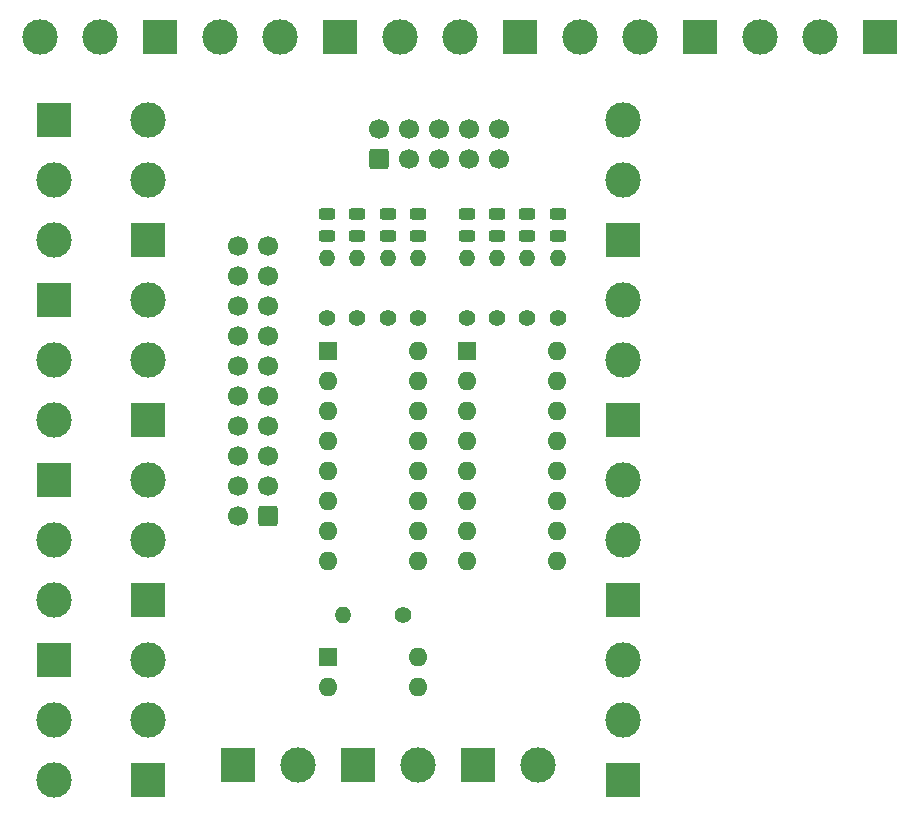
<source format=gbr>
%TF.GenerationSoftware,KiCad,Pcbnew,7.0.6-0*%
%TF.CreationDate,2023-07-29T14:48:15+08:00*%
%TF.ProjectId,Control Panel Motherboard,436f6e74-726f-46c2-9050-616e656c204d,0*%
%TF.SameCoordinates,Original*%
%TF.FileFunction,Soldermask,Top*%
%TF.FilePolarity,Negative*%
%FSLAX46Y46*%
G04 Gerber Fmt 4.6, Leading zero omitted, Abs format (unit mm)*
G04 Created by KiCad (PCBNEW 7.0.6-0) date 2023-07-29 14:48:15*
%MOMM*%
%LPD*%
G01*
G04 APERTURE LIST*
G04 Aperture macros list*
%AMRoundRect*
0 Rectangle with rounded corners*
0 $1 Rounding radius*
0 $2 $3 $4 $5 $6 $7 $8 $9 X,Y pos of 4 corners*
0 Add a 4 corners polygon primitive as box body*
4,1,4,$2,$3,$4,$5,$6,$7,$8,$9,$2,$3,0*
0 Add four circle primitives for the rounded corners*
1,1,$1+$1,$2,$3*
1,1,$1+$1,$4,$5*
1,1,$1+$1,$6,$7*
1,1,$1+$1,$8,$9*
0 Add four rect primitives between the rounded corners*
20,1,$1+$1,$2,$3,$4,$5,0*
20,1,$1+$1,$4,$5,$6,$7,0*
20,1,$1+$1,$6,$7,$8,$9,0*
20,1,$1+$1,$8,$9,$2,$3,0*%
G04 Aperture macros list end*
%ADD10R,1.600000X1.600000*%
%ADD11O,1.600000X1.600000*%
%ADD12C,1.400000*%
%ADD13O,1.400000X1.400000*%
%ADD14R,3.000000X3.000000*%
%ADD15C,3.000000*%
%ADD16RoundRect,0.243750X0.456250X-0.243750X0.456250X0.243750X-0.456250X0.243750X-0.456250X-0.243750X0*%
%ADD17RoundRect,0.250000X0.600000X-0.600000X0.600000X0.600000X-0.600000X0.600000X-0.600000X-0.600000X0*%
%ADD18C,1.700000*%
%ADD19RoundRect,0.250000X0.600000X0.600000X-0.600000X0.600000X-0.600000X-0.600000X0.600000X-0.600000X0*%
G04 APERTURE END LIST*
D10*
%TO.C,U4*%
X28702000Y-56891000D03*
D11*
X28702000Y-59431000D03*
X36322000Y-59431000D03*
X36322000Y-56891000D03*
%TD*%
D12*
%TO.C,R9*%
X35052000Y-53340000D03*
D13*
X29972000Y-53340000D03*
%TD*%
D14*
%TO.C,J23*%
X31242000Y-66040000D03*
D15*
X36322000Y-66040000D03*
%TD*%
D14*
%TO.C,J5*%
X21082000Y-66040000D03*
D15*
X26162000Y-66040000D03*
%TD*%
D14*
%TO.C,J16*%
X75438000Y-4445000D03*
D15*
X70358000Y-4445000D03*
X65278000Y-4445000D03*
%TD*%
D16*
%TO.C,D8*%
X28652000Y-21257500D03*
X28652000Y-19382500D03*
%TD*%
D12*
%TO.C,R8*%
X28652000Y-28194000D03*
D13*
X28652000Y-23114000D03*
%TD*%
D17*
%TO.C,J21*%
X33020000Y-14732000D03*
D18*
X33020000Y-12192000D03*
X35560000Y-14732000D03*
X35560000Y-12192000D03*
X38100000Y-14732000D03*
X38100000Y-12192000D03*
X40640000Y-14732000D03*
X40640000Y-12192000D03*
X43180000Y-14732000D03*
X43180000Y-12192000D03*
%TD*%
D16*
%TO.C,D5*%
X36352000Y-21257500D03*
X36352000Y-19382500D03*
%TD*%
%TO.C,D4*%
X40484000Y-21257500D03*
X40484000Y-19382500D03*
%TD*%
D14*
%TO.C,J2*%
X5548858Y-26669234D03*
D15*
X5548858Y-31749234D03*
X5548858Y-36829234D03*
%TD*%
D14*
%TO.C,J8*%
X13462000Y-52070000D03*
D15*
X13462000Y-46990000D03*
X13462000Y-41910000D03*
%TD*%
D12*
%TO.C,R2*%
X45617332Y-28194000D03*
D13*
X45617332Y-23114000D03*
%TD*%
D16*
%TO.C,D1*%
X48184000Y-21257500D03*
X48184000Y-19382500D03*
%TD*%
D10*
%TO.C,U1*%
X40534000Y-31003000D03*
D11*
X40534000Y-33543000D03*
X40534000Y-36083000D03*
X40534000Y-38623000D03*
X40534000Y-41163000D03*
X40534000Y-43703000D03*
X40534000Y-46243000D03*
X40534000Y-48783000D03*
X48154000Y-48783000D03*
X48154000Y-46243000D03*
X48154000Y-43703000D03*
X48154000Y-41163000D03*
X48154000Y-38623000D03*
X48154000Y-36083000D03*
X48154000Y-33543000D03*
X48154000Y-31003000D03*
%TD*%
D16*
%TO.C,D2*%
X45617332Y-21257500D03*
X45617332Y-19382500D03*
%TD*%
D19*
%TO.C,J11*%
X23622000Y-44958000D03*
D18*
X21082000Y-44958000D03*
X23622000Y-42418000D03*
X21082000Y-42418000D03*
X23622000Y-39878000D03*
X21082000Y-39878000D03*
X23622000Y-37338000D03*
X21082000Y-37338000D03*
X23622000Y-34798000D03*
X21082000Y-34798000D03*
X23622000Y-32258000D03*
X21082000Y-32258000D03*
X23622000Y-29718000D03*
X21082000Y-29718000D03*
X23622000Y-27178000D03*
X21082000Y-27178000D03*
X23622000Y-24638000D03*
X21082000Y-24638000D03*
X23622000Y-22098000D03*
X21082000Y-22098000D03*
%TD*%
D14*
%TO.C,J9*%
X13462000Y-67310000D03*
D15*
X13462000Y-62230000D03*
X13462000Y-57150000D03*
%TD*%
D14*
%TO.C,J7*%
X13462000Y-36830000D03*
D15*
X13462000Y-31750000D03*
X13462000Y-26670000D03*
%TD*%
D14*
%TO.C,J1*%
X5548858Y-11429234D03*
D15*
X5548858Y-16509234D03*
X5548858Y-21589234D03*
%TD*%
D14*
%TO.C,J4*%
X5548858Y-57149234D03*
D15*
X5548858Y-62229234D03*
X5548858Y-67309234D03*
%TD*%
D12*
%TO.C,R4*%
X40484000Y-28194000D03*
D13*
X40484000Y-23114000D03*
%TD*%
D14*
%TO.C,J12*%
X14478000Y-4445000D03*
D15*
X9398000Y-4445000D03*
X4318000Y-4445000D03*
%TD*%
D14*
%TO.C,J15*%
X60198000Y-4445000D03*
D15*
X55118000Y-4445000D03*
X50038000Y-4445000D03*
%TD*%
D12*
%TO.C,R6*%
X33785332Y-28194000D03*
D13*
X33785332Y-23114000D03*
%TD*%
D14*
%TO.C,J17*%
X53732000Y-21590000D03*
D15*
X53732000Y-16510000D03*
X53732000Y-11430000D03*
%TD*%
D14*
%TO.C,J22*%
X41402000Y-66040000D03*
D15*
X46482000Y-66040000D03*
%TD*%
D14*
%TO.C,J13*%
X29718000Y-4445000D03*
D15*
X24638000Y-4445000D03*
X19558000Y-4445000D03*
%TD*%
D12*
%TO.C,R5*%
X36352000Y-28194000D03*
D13*
X36352000Y-23114000D03*
%TD*%
D14*
%TO.C,J20*%
X53732000Y-67310000D03*
D15*
X53732000Y-62230000D03*
X53732000Y-57150000D03*
%TD*%
D10*
%TO.C,U2*%
X28702000Y-31003000D03*
D11*
X28702000Y-33543000D03*
X28702000Y-36083000D03*
X28702000Y-38623000D03*
X28702000Y-41163000D03*
X28702000Y-43703000D03*
X28702000Y-46243000D03*
X28702000Y-48783000D03*
X36322000Y-48783000D03*
X36322000Y-46243000D03*
X36322000Y-43703000D03*
X36322000Y-41163000D03*
X36322000Y-38623000D03*
X36322000Y-36083000D03*
X36322000Y-33543000D03*
X36322000Y-31003000D03*
%TD*%
D12*
%TO.C,R7*%
X31218666Y-28194000D03*
D13*
X31218666Y-23114000D03*
%TD*%
D14*
%TO.C,J14*%
X44958000Y-4445000D03*
D15*
X39878000Y-4445000D03*
X34798000Y-4445000D03*
%TD*%
D14*
%TO.C,J3*%
X5548858Y-41909234D03*
D15*
X5548858Y-46989234D03*
X5548858Y-52069234D03*
%TD*%
D12*
%TO.C,R3*%
X43050666Y-28194000D03*
D13*
X43050666Y-23114000D03*
%TD*%
D16*
%TO.C,D6*%
X33785332Y-21257500D03*
X33785332Y-19382500D03*
%TD*%
D14*
%TO.C,J19*%
X53732000Y-52070000D03*
D15*
X53732000Y-46990000D03*
X53732000Y-41910000D03*
%TD*%
D12*
%TO.C,R1*%
X48184000Y-28194000D03*
D13*
X48184000Y-23114000D03*
%TD*%
D14*
%TO.C,J18*%
X53732000Y-36830000D03*
D15*
X53732000Y-31750000D03*
X53732000Y-26670000D03*
%TD*%
D16*
%TO.C,D7*%
X31218666Y-21257500D03*
X31218666Y-19382500D03*
%TD*%
D14*
%TO.C,J6*%
X13462000Y-21590000D03*
D15*
X13462000Y-16510000D03*
X13462000Y-11430000D03*
%TD*%
D16*
%TO.C,D3*%
X43050666Y-21257500D03*
X43050666Y-19382500D03*
%TD*%
M02*

</source>
